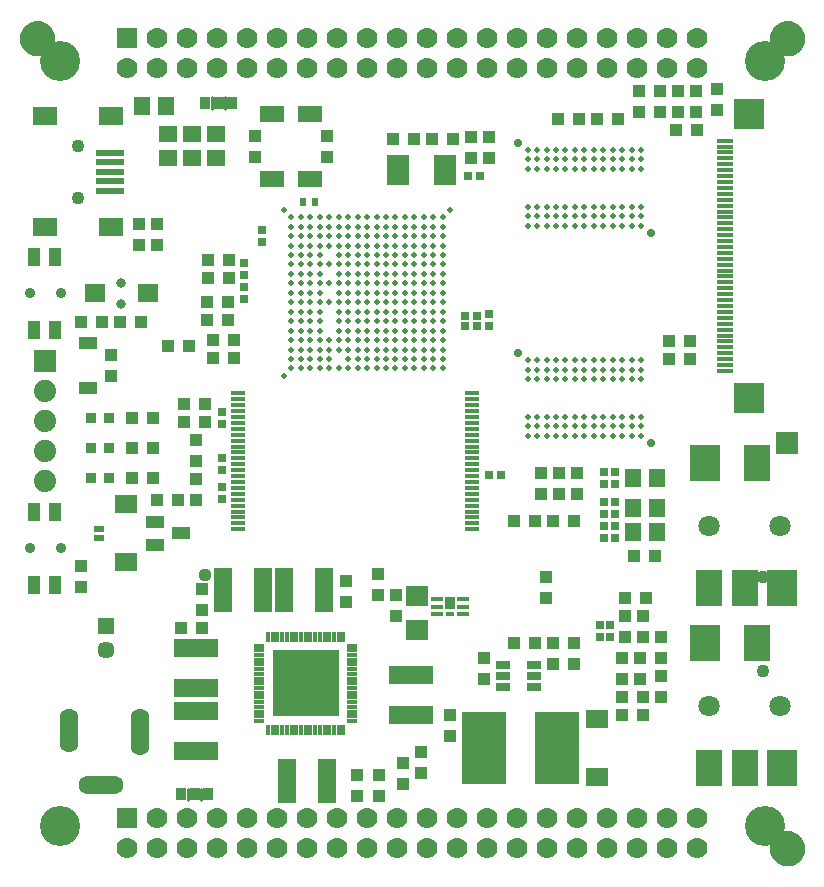
<source format=gbr>
G75*
G70*
%OFA0B0*%
%FSLAX24Y24*%
%IPPOS*%
%LPD*%
%AMOC8*
5,1,8,0,0,1.08239X$1,22.5*
%
%ADD10C,0.1339*%
%ADD11R,0.0440X0.0440*%
%ADD12R,0.0270X0.0280*%
%ADD13C,0.0434*%
%ADD14C,0.0500*%
%ADD15R,0.0340X0.0240*%
%ADD16R,0.0355X0.0355*%
%ADD17R,0.0512X0.0257*%
%ADD18R,0.1457X0.2402*%
%ADD19R,0.0631X0.1497*%
%ADD20R,0.0740X0.0690*%
%ADD21R,0.0591X0.0434*%
%ADD22R,0.0749X0.0611*%
%ADD23R,0.0700X0.0700*%
%ADD24C,0.0700*%
%ADD25R,0.0512X0.0138*%
%ADD26R,0.0280X0.0270*%
%ADD27C,0.0440*%
%ADD28R,0.0749X0.0985*%
%ADD29C,0.0355*%
%ADD30R,0.0440X0.0620*%
%ADD31R,0.0552X0.0139*%
%ADD32R,0.0984X0.0984*%
%ADD33R,0.0355X0.0119*%
%ADD34R,0.0119X0.0355*%
%ADD35R,0.2201X0.2201*%
%ADD36C,0.0926*%
%ADD37C,0.0515*%
%ADD38R,0.1497X0.0631*%
%ADD39R,0.0394X0.0178*%
%ADD40R,0.0355X0.0414*%
%ADD41R,0.0276X0.0178*%
%ADD42R,0.0788X0.0552*%
%ADD43R,0.0340X0.0440*%
%ADD44C,0.0100*%
%ADD45R,0.0740X0.0740*%
%ADD46R,0.0540X0.0640*%
%ADD47R,0.0926X0.0237*%
%ADD48R,0.0846X0.0630*%
%ADD49R,0.0571X0.0571*%
%ADD50C,0.0571*%
%ADD51C,0.0197*%
%ADD52C,0.0709*%
%ADD53R,0.1024X0.1221*%
%ADD54R,0.0867X0.1221*%
%ADD55C,0.0276*%
%ADD56R,0.0640X0.0540*%
%ADD57C,0.0740*%
%ADD58C,0.0631*%
%ADD59R,0.0650X0.0631*%
%ADD60C,0.0316*%
%ADD61R,0.0237X0.0257*%
D10*
X007408Y005402D03*
X030908Y005402D03*
X030908Y030902D03*
X007408Y030902D03*
D11*
X010058Y025452D03*
X010658Y025452D03*
X010658Y024752D03*
X010058Y024752D03*
X012308Y022852D03*
X012308Y022252D03*
X012508Y021602D03*
X012508Y021002D03*
X013208Y021002D03*
X013208Y021602D03*
X013008Y022252D03*
X013008Y022852D03*
X013058Y023652D03*
X013058Y024252D03*
X012358Y024252D03*
X012358Y023652D03*
X011708Y021402D03*
X011008Y021402D03*
X010108Y022202D03*
X009408Y022202D03*
X008808Y022202D03*
X008108Y022202D03*
X009108Y021102D03*
X009108Y020402D03*
X009808Y019002D03*
X010508Y019002D03*
X010508Y018002D03*
X009808Y018002D03*
X009808Y017002D03*
X010508Y017002D03*
X010658Y016252D03*
X011358Y016252D03*
X011958Y016252D03*
X011958Y016952D03*
X011958Y017552D03*
X011958Y018252D03*
X012258Y018852D03*
X012258Y019452D03*
X011558Y019452D03*
X011558Y018852D03*
X008108Y014052D03*
X008108Y013352D03*
X011458Y012002D03*
X012158Y012002D03*
X012158Y012602D03*
X012158Y013302D03*
X016958Y013552D03*
X016958Y012852D03*
X018008Y013102D03*
X018608Y013102D03*
X018608Y012402D03*
X018008Y013802D03*
X021558Y011002D03*
X021558Y010302D03*
X022558Y011502D03*
X023258Y011502D03*
X023858Y011502D03*
X023858Y010802D03*
X024558Y010802D03*
X024558Y011502D03*
X023608Y013002D03*
X023608Y013702D03*
X023858Y015552D03*
X023258Y015552D03*
X022558Y015552D03*
X023458Y016452D03*
X024058Y016452D03*
X024658Y016452D03*
X024658Y017152D03*
X024058Y017152D03*
X023458Y017152D03*
X024558Y015552D03*
X026558Y014402D03*
X027258Y014402D03*
X026958Y013002D03*
X026858Y012402D03*
X026258Y012402D03*
X026258Y013002D03*
X026258Y011702D03*
X026858Y011702D03*
X027458Y011702D03*
X027458Y011002D03*
X027458Y010402D03*
X027458Y009702D03*
X026858Y009702D03*
X026858Y009102D03*
X026158Y009102D03*
X026158Y009702D03*
X026158Y010302D03*
X026758Y010302D03*
X026758Y011002D03*
X026158Y011002D03*
X020408Y009102D03*
X020408Y008402D03*
X019458Y007852D03*
X018858Y007502D03*
X019458Y007152D03*
X018858Y006802D03*
X018058Y007102D03*
X018058Y006402D03*
X017308Y006402D03*
X017308Y007102D03*
X027708Y020952D03*
X027708Y021552D03*
X028408Y021552D03*
X028408Y020952D03*
X021708Y027652D03*
X021108Y027652D03*
X021108Y028352D03*
X021708Y028352D03*
X020508Y028302D03*
X019808Y028302D03*
X019208Y028302D03*
X018508Y028302D03*
X016308Y028402D03*
X016308Y027702D03*
X013908Y027702D03*
X013908Y028402D03*
X024008Y028952D03*
X024708Y028952D03*
X025308Y028952D03*
X026008Y028952D03*
X026708Y029202D03*
X027408Y029202D03*
X028008Y029202D03*
X028608Y029202D03*
X028658Y028602D03*
X027958Y028602D03*
X028008Y029902D03*
X028608Y029902D03*
X029308Y029952D03*
X029308Y029252D03*
X027408Y029902D03*
X026708Y029902D03*
D12*
X021708Y022452D03*
X021708Y022052D03*
X025558Y017202D03*
X025908Y017202D03*
X025908Y016802D03*
X025558Y016802D03*
X025558Y016202D03*
X025908Y016202D03*
X025908Y015802D03*
X025558Y015802D03*
X025558Y015402D03*
X025908Y015402D03*
X025908Y015002D03*
X025558Y015002D03*
X025408Y012102D03*
X025758Y012102D03*
X025758Y011702D03*
X025408Y011702D03*
X013558Y022952D03*
X013558Y023352D03*
X013558Y023752D03*
X013558Y024152D03*
X014158Y024852D03*
X014158Y025252D03*
X012808Y019202D03*
X012808Y018802D03*
X012808Y017652D03*
X012808Y017252D03*
X012808Y016702D03*
X012808Y016302D03*
D13*
X008008Y026336D03*
X008008Y028069D03*
X006658Y031652D03*
X030838Y013701D03*
X030838Y010552D03*
X031658Y004652D03*
X031658Y031652D03*
D14*
X031323Y031652D02*
X031325Y031689D01*
X031331Y031725D01*
X031341Y031761D01*
X031355Y031795D01*
X031373Y031827D01*
X031394Y031858D01*
X031418Y031886D01*
X031445Y031911D01*
X031475Y031932D01*
X031507Y031951D01*
X031541Y031966D01*
X031576Y031977D01*
X031612Y031984D01*
X031649Y031987D01*
X031686Y031986D01*
X031722Y031981D01*
X031758Y031972D01*
X031793Y031959D01*
X031825Y031942D01*
X031856Y031922D01*
X031885Y031898D01*
X031911Y031872D01*
X031933Y031843D01*
X031953Y031811D01*
X031968Y031778D01*
X031980Y031743D01*
X031988Y031707D01*
X031992Y031670D01*
X031992Y031634D01*
X031988Y031597D01*
X031980Y031561D01*
X031968Y031526D01*
X031953Y031493D01*
X031933Y031461D01*
X031911Y031432D01*
X031885Y031406D01*
X031856Y031382D01*
X031826Y031362D01*
X031793Y031345D01*
X031758Y031332D01*
X031722Y031323D01*
X031686Y031318D01*
X031649Y031317D01*
X031612Y031320D01*
X031576Y031327D01*
X031541Y031338D01*
X031507Y031353D01*
X031475Y031372D01*
X031445Y031393D01*
X031418Y031418D01*
X031394Y031446D01*
X031373Y031477D01*
X031355Y031509D01*
X031341Y031543D01*
X031331Y031579D01*
X031325Y031615D01*
X031323Y031652D01*
X006323Y031652D02*
X006325Y031689D01*
X006331Y031725D01*
X006341Y031761D01*
X006355Y031795D01*
X006373Y031827D01*
X006394Y031858D01*
X006418Y031886D01*
X006445Y031911D01*
X006475Y031932D01*
X006507Y031951D01*
X006541Y031966D01*
X006576Y031977D01*
X006612Y031984D01*
X006649Y031987D01*
X006686Y031986D01*
X006722Y031981D01*
X006758Y031972D01*
X006793Y031959D01*
X006825Y031942D01*
X006856Y031922D01*
X006885Y031898D01*
X006911Y031872D01*
X006933Y031843D01*
X006953Y031811D01*
X006968Y031778D01*
X006980Y031743D01*
X006988Y031707D01*
X006992Y031670D01*
X006992Y031634D01*
X006988Y031597D01*
X006980Y031561D01*
X006968Y031526D01*
X006953Y031493D01*
X006933Y031461D01*
X006911Y031432D01*
X006885Y031406D01*
X006856Y031382D01*
X006826Y031362D01*
X006793Y031345D01*
X006758Y031332D01*
X006722Y031323D01*
X006686Y031318D01*
X006649Y031317D01*
X006612Y031320D01*
X006576Y031327D01*
X006541Y031338D01*
X006507Y031353D01*
X006475Y031372D01*
X006445Y031393D01*
X006418Y031418D01*
X006394Y031446D01*
X006373Y031477D01*
X006355Y031509D01*
X006341Y031543D01*
X006331Y031579D01*
X006325Y031615D01*
X006323Y031652D01*
X031323Y004652D02*
X031325Y004689D01*
X031331Y004725D01*
X031341Y004761D01*
X031355Y004795D01*
X031373Y004827D01*
X031394Y004858D01*
X031418Y004886D01*
X031445Y004911D01*
X031475Y004932D01*
X031507Y004951D01*
X031541Y004966D01*
X031576Y004977D01*
X031612Y004984D01*
X031649Y004987D01*
X031686Y004986D01*
X031722Y004981D01*
X031758Y004972D01*
X031793Y004959D01*
X031825Y004942D01*
X031856Y004922D01*
X031885Y004898D01*
X031911Y004872D01*
X031933Y004843D01*
X031953Y004811D01*
X031968Y004778D01*
X031980Y004743D01*
X031988Y004707D01*
X031992Y004670D01*
X031992Y004634D01*
X031988Y004597D01*
X031980Y004561D01*
X031968Y004526D01*
X031953Y004493D01*
X031933Y004461D01*
X031911Y004432D01*
X031885Y004406D01*
X031856Y004382D01*
X031826Y004362D01*
X031793Y004345D01*
X031758Y004332D01*
X031722Y004323D01*
X031686Y004318D01*
X031649Y004317D01*
X031612Y004320D01*
X031576Y004327D01*
X031541Y004338D01*
X031507Y004353D01*
X031475Y004372D01*
X031445Y004393D01*
X031418Y004418D01*
X031394Y004446D01*
X031373Y004477D01*
X031355Y004509D01*
X031341Y004543D01*
X031331Y004579D01*
X031325Y004615D01*
X031323Y004652D01*
D15*
X008708Y015002D03*
X008708Y015302D03*
D16*
X008458Y017002D03*
X009058Y017002D03*
X009058Y018002D03*
X008458Y018002D03*
X008458Y019002D03*
X009058Y019002D03*
D17*
X022196Y010776D03*
X022196Y010402D03*
X022196Y010028D03*
X023220Y010028D03*
X023220Y010402D03*
X023220Y010776D03*
D18*
X023979Y008002D03*
X021538Y008002D03*
D19*
X016327Y006902D03*
X014989Y006902D03*
X014889Y013252D03*
X014177Y013252D03*
X012839Y013252D03*
X016227Y013252D03*
D20*
X019308Y013077D03*
X019308Y011927D03*
D21*
X011441Y015152D03*
X010575Y014778D03*
X010575Y015526D03*
X008358Y020004D03*
X008358Y021500D03*
D22*
X009608Y016115D03*
X009608Y014190D03*
X025308Y008965D03*
X025308Y007040D03*
D23*
X009658Y005652D03*
X009658Y031652D03*
D24*
X009658Y030652D03*
X010658Y030652D03*
X011658Y030652D03*
X012658Y030652D03*
X013658Y030652D03*
X014658Y030652D03*
X015658Y030652D03*
X016658Y030652D03*
X017658Y030652D03*
X018658Y030652D03*
X019658Y030652D03*
X020658Y030652D03*
X021658Y030652D03*
X022658Y030652D03*
X023658Y030652D03*
X024658Y030652D03*
X025658Y030652D03*
X026658Y030652D03*
X027658Y030652D03*
X028658Y030652D03*
X028658Y031652D03*
X027658Y031652D03*
X026658Y031652D03*
X025658Y031652D03*
X024658Y031652D03*
X023658Y031652D03*
X022658Y031652D03*
X021658Y031652D03*
X020658Y031652D03*
X019658Y031652D03*
X018658Y031652D03*
X017658Y031652D03*
X016658Y031652D03*
X015658Y031652D03*
X014658Y031652D03*
X013658Y031652D03*
X012658Y031652D03*
X011658Y031652D03*
X010658Y031652D03*
X010658Y005652D03*
X010658Y004652D03*
X009658Y004652D03*
X011658Y004652D03*
X012658Y004652D03*
X013658Y004652D03*
X014658Y004652D03*
X015658Y004652D03*
X016658Y004652D03*
X017658Y004652D03*
X018658Y004652D03*
X019658Y004652D03*
X020658Y004652D03*
X021658Y004652D03*
X022658Y004652D03*
X023658Y004652D03*
X024658Y004652D03*
X025658Y004652D03*
X026658Y004652D03*
X027658Y004652D03*
X028658Y004652D03*
X028658Y005652D03*
X027658Y005652D03*
X026658Y005652D03*
X025658Y005652D03*
X024658Y005652D03*
X023658Y005652D03*
X022658Y005652D03*
X021658Y005652D03*
X020658Y005652D03*
X019658Y005652D03*
X018658Y005652D03*
X017658Y005652D03*
X016658Y005652D03*
X015658Y005652D03*
X014658Y005652D03*
X013658Y005652D03*
X012658Y005652D03*
X011658Y005652D03*
D25*
X013360Y015289D03*
X013360Y015486D03*
X013360Y015682D03*
X013360Y015879D03*
X013360Y016076D03*
X013360Y016273D03*
X013360Y016470D03*
X013360Y016667D03*
X013360Y016863D03*
X013360Y017060D03*
X013360Y017257D03*
X013360Y017454D03*
X013360Y017651D03*
X013360Y017848D03*
X013360Y018045D03*
X013360Y018241D03*
X013360Y018438D03*
X013360Y018635D03*
X013360Y018832D03*
X013360Y019029D03*
X013360Y019226D03*
X013360Y019423D03*
X013360Y019619D03*
X013360Y019816D03*
X021156Y019816D03*
X021156Y019619D03*
X021156Y019423D03*
X021156Y019226D03*
X021156Y019029D03*
X021156Y018832D03*
X021156Y018635D03*
X021156Y018438D03*
X021156Y018241D03*
X021156Y018045D03*
X021156Y017848D03*
X021156Y017651D03*
X021156Y017454D03*
X021156Y017257D03*
X021156Y017060D03*
X021156Y016863D03*
X021156Y016667D03*
X021156Y016470D03*
X021156Y016273D03*
X021156Y016076D03*
X021156Y015879D03*
X021156Y015682D03*
X021156Y015486D03*
X021156Y015289D03*
D26*
X021708Y017102D03*
X022108Y017102D03*
X021308Y022052D03*
X021308Y022402D03*
X020908Y022402D03*
X020908Y022052D03*
X021008Y027052D03*
X021408Y027052D03*
D27*
X012258Y013752D03*
D28*
X018671Y027252D03*
X020246Y027252D03*
D29*
X007458Y023152D03*
X006408Y023152D03*
X006408Y014652D03*
X007458Y014652D03*
D30*
X007258Y013442D03*
X006558Y013442D03*
X006558Y015862D03*
X007258Y015862D03*
X007258Y021942D03*
X006558Y021942D03*
X006558Y024362D03*
X007258Y024362D03*
D31*
X029575Y024304D03*
X029575Y024107D03*
X029575Y023910D03*
X029575Y023713D03*
X029575Y023517D03*
X029575Y023320D03*
X029575Y023123D03*
X029575Y022926D03*
X029575Y022729D03*
X029575Y022532D03*
X029575Y022336D03*
X029575Y022139D03*
X029575Y021942D03*
X029575Y021745D03*
X029575Y021548D03*
X029575Y021351D03*
X029575Y021154D03*
X029575Y020958D03*
X029575Y020761D03*
X029575Y020564D03*
X029575Y024501D03*
X029575Y024698D03*
X029575Y024895D03*
X029575Y025091D03*
X029575Y025288D03*
X029575Y025485D03*
X029575Y025682D03*
X029575Y025879D03*
X029575Y026076D03*
X029575Y026273D03*
X029575Y026469D03*
X029575Y026666D03*
X029575Y026863D03*
X029575Y027060D03*
X029575Y027257D03*
X029575Y027454D03*
X029575Y027650D03*
X029575Y027847D03*
X029575Y028044D03*
X029575Y028241D03*
D32*
X030383Y029127D03*
X030383Y019678D03*
D33*
X017163Y011412D03*
X017163Y011255D03*
X017163Y011097D03*
X017163Y010940D03*
X017163Y010782D03*
X017163Y010625D03*
X017163Y010467D03*
X017163Y010310D03*
X017163Y010152D03*
X017163Y009995D03*
X017163Y009837D03*
X017163Y009680D03*
X017163Y009523D03*
X017163Y009365D03*
X017163Y009208D03*
X017163Y009050D03*
X017163Y008893D03*
X014053Y008893D03*
X014053Y009050D03*
X014053Y009208D03*
X014053Y009365D03*
X014053Y009523D03*
X014053Y009680D03*
X014053Y009837D03*
X014053Y009995D03*
X014053Y010152D03*
X014053Y010310D03*
X014053Y010467D03*
X014053Y010625D03*
X014053Y010782D03*
X014053Y010940D03*
X014053Y011097D03*
X014053Y011255D03*
X014053Y011412D03*
D34*
X014348Y011708D03*
X014506Y011708D03*
X014663Y011708D03*
X014821Y011708D03*
X014978Y011708D03*
X015136Y011708D03*
X015293Y011708D03*
X015451Y011708D03*
X015608Y011708D03*
X015766Y011708D03*
X015923Y011708D03*
X016081Y011708D03*
X016238Y011708D03*
X016396Y011708D03*
X016553Y011708D03*
X016710Y011708D03*
X016868Y011708D03*
X016868Y008597D03*
X016710Y008597D03*
X016553Y008597D03*
X016396Y008597D03*
X016238Y008597D03*
X016081Y008597D03*
X015923Y008597D03*
X015766Y008597D03*
X015608Y008597D03*
X015451Y008597D03*
X015293Y008597D03*
X015136Y008597D03*
X014978Y008597D03*
X014821Y008597D03*
X014663Y008597D03*
X014506Y008597D03*
X014348Y008597D03*
D35*
X015608Y010152D03*
D36*
X015608Y010152D03*
D37*
X014821Y009365D03*
X016396Y009365D03*
X016396Y010940D03*
X014821Y010940D03*
D38*
X011958Y011322D03*
X011958Y009983D03*
X011958Y009222D03*
X011958Y007883D03*
X019108Y009083D03*
X019108Y010422D03*
D39*
X019975Y012447D03*
X019975Y012702D03*
X019975Y012958D03*
X020841Y012958D03*
X020841Y012702D03*
X020841Y012447D03*
D40*
X020408Y012840D03*
D41*
X020408Y012447D03*
D42*
X015738Y026970D03*
X014478Y026970D03*
X014478Y029135D03*
X015738Y029135D03*
D43*
X013158Y029502D03*
X012708Y029502D03*
X012258Y029502D03*
X012358Y006452D03*
X011908Y006452D03*
X011458Y006452D03*
D44*
X011683Y006644D02*
X011683Y006261D01*
X012133Y006261D02*
X012133Y006644D01*
X012483Y029311D02*
X012483Y029694D01*
X012933Y029694D02*
X012933Y029311D01*
D45*
X006908Y020902D03*
X031658Y018152D03*
D46*
X027308Y017002D03*
X026508Y017002D03*
X026508Y016002D03*
X027308Y016002D03*
X027308Y015202D03*
X026508Y015202D03*
X010958Y029402D03*
X010158Y029402D03*
D47*
X009073Y027832D03*
X009073Y027517D03*
X009073Y027202D03*
X009073Y026887D03*
X009073Y026573D03*
D48*
X009114Y025352D03*
X006909Y025352D03*
X006909Y029053D03*
X009114Y029053D03*
D49*
X008958Y012046D03*
D50*
X008958Y011259D03*
D51*
X014898Y020412D03*
X015134Y020649D03*
X015134Y020963D03*
X015134Y021278D03*
X015134Y021593D03*
X015134Y021908D03*
X015134Y022223D03*
X015134Y022538D03*
X015134Y022853D03*
X015134Y023168D03*
X015134Y023483D03*
X015134Y023798D03*
X015134Y024113D03*
X015134Y024428D03*
X015134Y024743D03*
X015134Y025058D03*
X015134Y025373D03*
X015134Y025688D03*
X015449Y025688D03*
X015449Y025373D03*
X015449Y025058D03*
X015449Y024743D03*
X015449Y024428D03*
X015449Y024113D03*
X015449Y023798D03*
X015449Y023483D03*
X015449Y023168D03*
X015449Y022853D03*
X015449Y022538D03*
X015449Y022223D03*
X015449Y021908D03*
X015449Y021593D03*
X015449Y021278D03*
X015449Y020963D03*
X015449Y020649D03*
X015764Y020649D03*
X015764Y020963D03*
X016079Y020963D03*
X016079Y020649D03*
X016394Y020649D03*
X016394Y020963D03*
X016394Y021278D03*
X016079Y021278D03*
X015764Y021278D03*
X015764Y021593D03*
X015764Y021908D03*
X015764Y022223D03*
X015764Y022538D03*
X015764Y022853D03*
X015764Y023168D03*
X015764Y023483D03*
X015764Y023798D03*
X015764Y024113D03*
X015764Y024428D03*
X015764Y024743D03*
X015764Y025058D03*
X015764Y025373D03*
X015764Y025688D03*
X016079Y025688D03*
X016079Y025373D03*
X016079Y025058D03*
X016079Y024743D03*
X016079Y024428D03*
X016079Y024113D03*
X016079Y023798D03*
X016079Y023483D03*
X016079Y023168D03*
X016079Y022853D03*
X016079Y022538D03*
X016079Y022223D03*
X016079Y021908D03*
X016079Y021593D03*
X016394Y021593D03*
X016709Y021593D03*
X016709Y021278D03*
X017024Y021278D03*
X017024Y020963D03*
X017024Y020649D03*
X016709Y020649D03*
X017339Y020649D03*
X017339Y020963D03*
X017654Y020963D03*
X017654Y020649D03*
X017969Y020649D03*
X017969Y020963D03*
X018284Y020963D03*
X018284Y020649D03*
X018599Y020649D03*
X018599Y020963D03*
X018914Y020963D03*
X018914Y020649D03*
X019229Y020649D03*
X019229Y020963D03*
X019544Y020963D03*
X019544Y020649D03*
X019859Y020649D03*
X019859Y020963D03*
X020174Y020963D03*
X020174Y020649D03*
X020174Y021278D03*
X019859Y021278D03*
X019544Y021278D03*
X019229Y021278D03*
X018914Y021278D03*
X018599Y021278D03*
X018284Y021278D03*
X017969Y021278D03*
X017654Y021278D03*
X017339Y021278D03*
X017339Y021593D03*
X017024Y021593D03*
X017024Y021908D03*
X016709Y021908D03*
X016709Y022223D03*
X017024Y022223D03*
X017339Y022223D03*
X017339Y021908D03*
X017654Y021908D03*
X017654Y021593D03*
X017969Y021593D03*
X018284Y021593D03*
X018599Y021593D03*
X018914Y021593D03*
X019229Y021593D03*
X019544Y021593D03*
X019859Y021593D03*
X020174Y021593D03*
X020174Y021908D03*
X019859Y021908D03*
X019544Y021908D03*
X019229Y021908D03*
X018914Y021908D03*
X018599Y021908D03*
X018284Y021908D03*
X017969Y021908D03*
X017969Y022223D03*
X017654Y022223D03*
X017654Y022538D03*
X017339Y022538D03*
X017024Y022538D03*
X016709Y022538D03*
X016709Y022853D03*
X016394Y022853D03*
X016709Y023168D03*
X016709Y023483D03*
X016394Y023483D03*
X016709Y023798D03*
X016709Y024113D03*
X016394Y024113D03*
X016709Y024428D03*
X016709Y024743D03*
X016394Y024743D03*
X016394Y025058D03*
X016394Y025373D03*
X016394Y025688D03*
X016709Y025688D03*
X016709Y025373D03*
X016709Y025058D03*
X017024Y025058D03*
X017024Y025373D03*
X017024Y025688D03*
X017339Y025688D03*
X017339Y025373D03*
X017339Y025058D03*
X017339Y024743D03*
X017024Y024743D03*
X017024Y024428D03*
X017024Y024113D03*
X017024Y023798D03*
X017024Y023483D03*
X017024Y023168D03*
X017024Y022853D03*
X017339Y022853D03*
X017654Y022853D03*
X017969Y022853D03*
X017969Y022538D03*
X018284Y022538D03*
X018284Y022223D03*
X018599Y022223D03*
X018914Y022223D03*
X019229Y022223D03*
X019544Y022223D03*
X019859Y022223D03*
X020174Y022223D03*
X020174Y022538D03*
X019859Y022538D03*
X019544Y022538D03*
X019229Y022538D03*
X018914Y022538D03*
X018599Y022538D03*
X018599Y022853D03*
X018284Y022853D03*
X018284Y023168D03*
X017969Y023168D03*
X017654Y023168D03*
X017339Y023168D03*
X017339Y023483D03*
X017339Y023798D03*
X017339Y024113D03*
X017339Y024428D03*
X017654Y024428D03*
X017654Y024113D03*
X017654Y023798D03*
X017654Y023483D03*
X017969Y023483D03*
X018284Y023483D03*
X018599Y023483D03*
X018599Y023168D03*
X018914Y023168D03*
X018914Y022853D03*
X019229Y022853D03*
X019544Y022853D03*
X019859Y022853D03*
X020174Y022853D03*
X020174Y023168D03*
X019859Y023168D03*
X019544Y023168D03*
X019229Y023168D03*
X019229Y023483D03*
X019544Y023483D03*
X019859Y023483D03*
X020174Y023483D03*
X020174Y023798D03*
X020174Y024113D03*
X020174Y024428D03*
X020174Y024743D03*
X020174Y025058D03*
X020174Y025373D03*
X020174Y025688D03*
X019859Y025688D03*
X019859Y025373D03*
X019859Y025058D03*
X019859Y024743D03*
X019859Y024428D03*
X019859Y024113D03*
X019859Y023798D03*
X019544Y023798D03*
X019229Y023798D03*
X018914Y023798D03*
X018914Y023483D03*
X018599Y023798D03*
X018284Y023798D03*
X017969Y023798D03*
X017969Y024113D03*
X017969Y024428D03*
X017969Y024743D03*
X017654Y024743D03*
X017654Y025058D03*
X017654Y025373D03*
X017654Y025688D03*
X017969Y025688D03*
X017969Y025373D03*
X017969Y025058D03*
X018284Y025058D03*
X018284Y025373D03*
X018284Y025688D03*
X018599Y025688D03*
X018914Y025688D03*
X019229Y025688D03*
X019544Y025688D03*
X019544Y025373D03*
X019544Y025058D03*
X019544Y024743D03*
X019544Y024428D03*
X019544Y024113D03*
X019229Y024113D03*
X018914Y024113D03*
X018599Y024113D03*
X018284Y024113D03*
X018284Y024428D03*
X018284Y024743D03*
X018599Y024743D03*
X018599Y024428D03*
X018914Y024428D03*
X019229Y024428D03*
X019229Y024743D03*
X019229Y025058D03*
X019229Y025373D03*
X018914Y025373D03*
X018599Y025373D03*
X018599Y025058D03*
X018914Y025058D03*
X018914Y024743D03*
X020410Y025924D03*
X023009Y026042D03*
X023323Y026042D03*
X023323Y025727D03*
X023009Y025727D03*
X023009Y025412D03*
X023323Y025412D03*
X023638Y025412D03*
X023638Y025727D03*
X023638Y026042D03*
X023953Y026042D03*
X023953Y025727D03*
X023953Y025412D03*
X024268Y025412D03*
X024268Y025727D03*
X024268Y026042D03*
X024583Y026042D03*
X024583Y025727D03*
X024583Y025412D03*
X024898Y025412D03*
X024898Y025727D03*
X024898Y026042D03*
X025213Y026042D03*
X025213Y025727D03*
X025213Y025412D03*
X025528Y025412D03*
X025843Y025412D03*
X026158Y025412D03*
X026473Y025412D03*
X026788Y025412D03*
X026788Y025727D03*
X026473Y025727D03*
X026158Y025727D03*
X025843Y025727D03*
X025528Y025727D03*
X025528Y026042D03*
X025843Y026042D03*
X026158Y026042D03*
X026473Y026042D03*
X026788Y026042D03*
X026788Y027302D03*
X026473Y027302D03*
X026158Y027302D03*
X025843Y027302D03*
X025528Y027302D03*
X025213Y027302D03*
X024898Y027302D03*
X024583Y027302D03*
X024268Y027302D03*
X023953Y027302D03*
X023638Y027302D03*
X023323Y027302D03*
X023009Y027302D03*
X023009Y027617D03*
X023323Y027617D03*
X023323Y027932D03*
X023009Y027932D03*
X023638Y027932D03*
X023638Y027617D03*
X023953Y027617D03*
X023953Y027932D03*
X024268Y027932D03*
X024268Y027617D03*
X024583Y027617D03*
X024583Y027932D03*
X024898Y027932D03*
X024898Y027617D03*
X025213Y027617D03*
X025213Y027932D03*
X025528Y027932D03*
X025528Y027617D03*
X025843Y027617D03*
X025843Y027932D03*
X026158Y027932D03*
X026158Y027617D03*
X026473Y027617D03*
X026473Y027932D03*
X026788Y027932D03*
X026788Y027617D03*
X026788Y020924D03*
X026788Y020609D03*
X026788Y020294D03*
X026473Y020294D03*
X026158Y020294D03*
X025843Y020294D03*
X025528Y020294D03*
X025213Y020294D03*
X024898Y020294D03*
X024583Y020294D03*
X024268Y020294D03*
X023953Y020294D03*
X023638Y020294D03*
X023323Y020294D03*
X023009Y020294D03*
X023009Y020609D03*
X023323Y020609D03*
X023323Y020924D03*
X023009Y020924D03*
X023638Y020924D03*
X023638Y020609D03*
X023953Y020609D03*
X023953Y020924D03*
X024268Y020924D03*
X024268Y020609D03*
X024583Y020609D03*
X024583Y020924D03*
X024898Y020924D03*
X024898Y020609D03*
X025213Y020609D03*
X025213Y020924D03*
X025528Y020924D03*
X025528Y020609D03*
X025843Y020609D03*
X025843Y020924D03*
X026158Y020924D03*
X026158Y020609D03*
X026473Y020609D03*
X026473Y020924D03*
X026473Y019034D03*
X026473Y018719D03*
X026473Y018404D03*
X026158Y018404D03*
X025843Y018404D03*
X025528Y018404D03*
X025213Y018404D03*
X024898Y018404D03*
X024583Y018404D03*
X024268Y018404D03*
X023953Y018404D03*
X023638Y018404D03*
X023323Y018404D03*
X023009Y018404D03*
X023009Y018719D03*
X023323Y018719D03*
X023323Y019034D03*
X023009Y019034D03*
X023638Y019034D03*
X023638Y018719D03*
X023953Y018719D03*
X023953Y019034D03*
X024268Y019034D03*
X024268Y018719D03*
X024583Y018719D03*
X024898Y018719D03*
X025213Y018719D03*
X025528Y018719D03*
X025843Y018719D03*
X026158Y018719D03*
X026158Y019034D03*
X025843Y019034D03*
X025528Y019034D03*
X025213Y019034D03*
X024898Y019034D03*
X024583Y019034D03*
X026788Y019034D03*
X026788Y018719D03*
X026788Y018404D03*
X014898Y025924D03*
D52*
X029046Y015402D03*
X031408Y015402D03*
X031408Y009402D03*
X029046Y009402D03*
D53*
X028928Y011489D03*
X031487Y013316D03*
X028928Y017489D03*
X031487Y007316D03*
D54*
X030266Y007316D03*
X029046Y007316D03*
X030660Y011489D03*
X030266Y013316D03*
X029046Y013316D03*
X030660Y017489D03*
D55*
X027103Y018168D03*
X022694Y021160D03*
X027103Y025176D03*
X022694Y028168D03*
D56*
X012608Y028452D03*
X012608Y027652D03*
X011808Y027652D03*
X011008Y027652D03*
X011008Y028452D03*
X011808Y028452D03*
D57*
X006908Y019902D03*
X006908Y018902D03*
X006908Y017902D03*
X006908Y016902D03*
D58*
X007719Y008995D03*
X007719Y008877D03*
X007719Y008759D03*
X007719Y008641D03*
X007719Y008523D03*
X007719Y008404D03*
X007719Y008286D03*
X007719Y008168D03*
X008368Y006771D03*
X008447Y006771D03*
X008565Y006771D03*
X008683Y006771D03*
X008801Y006771D03*
X008920Y006771D03*
X009038Y006771D03*
X009156Y006771D03*
X009234Y006771D03*
X010081Y008050D03*
X010081Y008168D03*
X010081Y008286D03*
X010081Y008404D03*
X010081Y008523D03*
X010081Y008641D03*
X010081Y008759D03*
X010081Y008877D03*
X010081Y008995D03*
D59*
X010344Y023152D03*
X008572Y023152D03*
D60*
X009458Y022798D03*
X009458Y023507D03*
D61*
X015508Y026202D03*
X015908Y026202D03*
M02*

</source>
